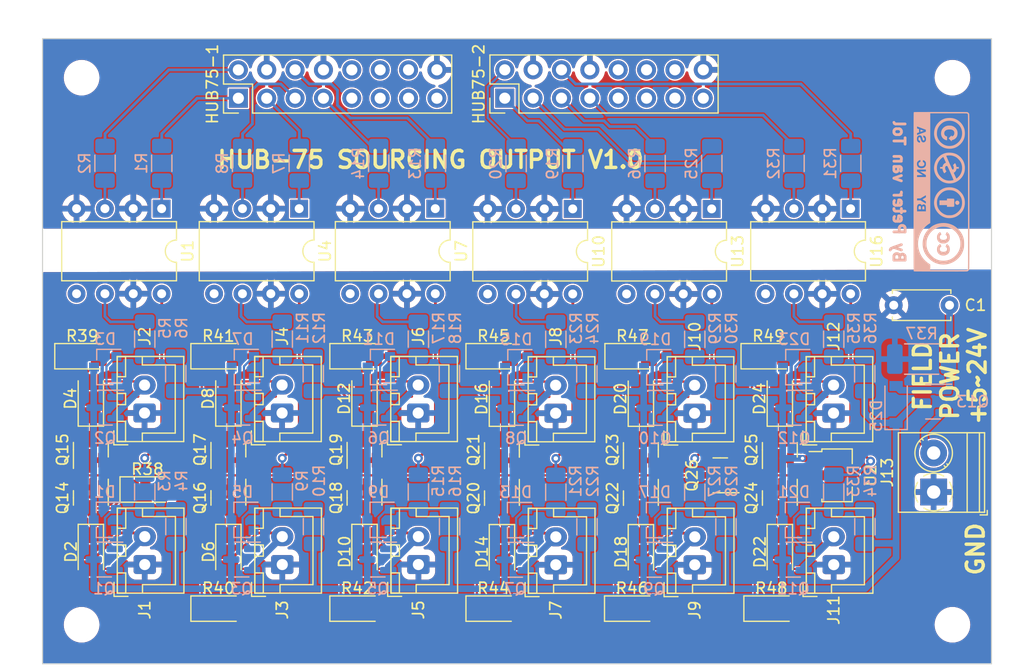
<source format=kicad_pcb>
(kicad_pcb (version 20211014) (generator pcbnew)
  (layers (0 "F.Cu" signal "Front") (31 "B.Cu" signal "Back") (34 "B.Paste" user) (35 "F.Paste" user) (36 "B.SilkS" user "B.Silkscreen") (37 "F.SilkS" user "F.Silkscreen") (38 "B.Mask" user) (39 "F.Mask" user) (44 "Edge.Cuts" user))
  (net 0 "")
  (net 1 "VDD")
  (net 2 "Net-(D2-Pad2)")
  (net 3 "GNDD")
  (net 4 "GND")
  (net 5 "Net-(D3-Pad2)")
  (net 6 "Net-(D4-Pad2)")
  (net 7 "Net-(R2-Pad2)")
  (net 8 "Net-(D5-Pad2)")
  (net 9 "Net-(D6-Pad2)")
  (net 10 "Net-(D7-Pad2)")
  (net 11 "Net-(D8-Pad2)")
  (net 12 "Net-(D9-Pad2)")
  (net 13 "Net-(D10-Pad2)")
  (net 14 "Net-(D11-Pad2)")
  (net 15 "Net-(D12-Pad2)")
  (net 16 "GPIO1-6")
  (net 17 "GPIO1-5")
  (net 18 "GPIO1-4")
  (net 19 "GPIO1-3")
  (net 20 "GPIO1-2")
  (net 21 "GPIO1-1")
  (net 22 "Net-(D13-Pad2)")
  (net 23 "Net-(D14-Pad2)")
  (net 24 "Net-(D15-Pad2)")
  (net 25 "Net-(D16-Pad2)")
  (net 26 "GPIO2-6")
  (net 27 "GPIO2-5")
  (net 28 "GPIO2-4")
  (net 29 "GPIO2-3")
  (net 30 "GPIO2-2")
  (net 31 "GPIO2-1")
  (net 34 "Net-(R20-Pad2)")
  (net 35 "/opto_coupler_channel3/FET-driver1/SIGNAL_IN")
  (net 36 "/opto_coupler_channel3/FET-driver2/SIGNAL_IN")
  (net 38 "Net-(D17-Pad2)")
  (net 39 "Net-(D18-Pad2)")
  (net 40 "Net-(R8-Pad2)")
  (net 41 "Net-(R14-Pad2)")
  (net 42 "Net-(D19-Pad2)")
  (net 43 "/opto_coupler_channel2/FET-driver2/SIGNAL_IN")
  (net 45 "/opto_coupler_channel2/FET-driver1/SIGNAL_IN")
  (net 46 "Net-(D20-Pad2)")
  (net 48 "/opto_coupler_channel1/FET-driver2/SIGNAL_IN")
  (net 49 "/opto_coupler_channel1/FET-driver1/SIGNAL_IN")
  (net 50 "Net-(R26-Pad2)")
  (net 51 "/opto_coupler_channel4/FET-driver1/SIGNAL_IN")
  (net 52 "/opto_coupler_channel/FET-driver2/SIGNAL_IN")
  (net 53 "/opto_coupler_channel/FET-driver1/SIGNAL_IN")
  (net 60 "/opto_coupler_channel4/FET-driver2/SIGNAL_IN")
  (net 63 "Net-(D21-Pad2)")
  (net 64 "Net-(D22-Pad2)")
  (net 65 "Net-(D23-Pad2)")
  (net 66 "Net-(D24-Pad2)")
  (net 73 "Net-(R32-Pad2)")
  (net 74 "/opto_coupler_channel5/FET-driver1/SIGNAL_IN")
  (net 75 "/opto_coupler_channel5/FET-driver2/SIGNAL_IN")
  (net 77 "Net-(C1-Pad1)")
  (net 78 "Net-(J13-Pad2)")
  (net 79 "Net-(R7-Pad2)")
  (net 80 "Net-(R31-Pad2)")
  (net 81 "Net-(R25-Pad2)")
  (net 82 "Net-(R19-Pad2)")
  (net 83 "Net-(R13-Pad2)")
  (net 84 "Net-(R1-Pad2)")
  (net 85 "Net-(D8-Pad1)")
  (net 86 "Net-(D6-Pad1)")
  (net 87 "Net-(D4-Pad1)")
  (net 88 "Net-(D24-Pad1)")
  (net 89 "Net-(D22-Pad1)")
  (net 90 "Net-(D20-Pad1)")
  (net 91 "Net-(D2-Pad1)")
  (net 92 "Net-(D18-Pad1)")
  (net 93 "Net-(D16-Pad1)")
  (net 94 "Net-(D14-Pad1)")
  (net 95 "Net-(D12-Pad1)")
  (net 96 "Net-(D10-Pad1)")
  (net 97 "Net-(D1-Pad2)")
  (net 98 "CUR_MIRROR")
  (footprint "Connector_JST:JST_XH_B2B-XH-A_1x02_P2.50mm_Vertical" (layer "F.Cu") (at 109.474 97.673 90)
    (fp_text reference "J9")
    (fp_text value "Conn_01x02_Male" hide)
  )
  (footprint "Connector_JST:JST_XH_B2B-XH-A_1x02_P2.50mm_Vertical" (layer "F.Cu") (at 121.92 97.663 90)
    (fp_text reference "J11")
    (fp_text value "Conn_01x02_Male" hide)
  )
  (footprint "Capacitor_THT:C_Disc_D5.0mm_W2.5mm_P5.00mm" (layer "F.Cu") (at 132.294 74.422 180)
    (fp_text reference "C1")
    (fp_text value "15uF")
  )
  (footprint "LED_SMD:LED_1206_3216Metric_Pad1.42x1.75mm_HandSolder" (layer "F.Cu") (at 79.893 96.51 -90)
    (fp_text reference "D10")
    (fp_text value "LED_Small" hide)
  )
  (footprint "LED_SMD:LED_1206_3216Metric_Pad1.42x1.75mm_HandSolder" (layer "F.Cu") (at 66.802 101.6)
    (fp_text reference "R40")
    (fp_text value "R" hide)
  )
  (footprint "LED_SMD:LED_1206_3216Metric_Pad1.42x1.75mm_HandSolder" (layer "F.Cu") (at 54.61 78.994)
    (fp_text reference "R39")
    (fp_text value "R" hide)
  )
  (footprint "MountingHole:MountingHole_2.7mm_M2.5_DIN965" (layer "F.Cu") (at 132.554 54.046)
    (fp_text reference "HOLE2" hide)
    (fp_text value "MountingHole_2.7mm_M2.5_DIN965" hide)
  )
  (footprint "LED_SMD:LED_1206_3216Metric_Pad1.42x1.75mm_HandSolder" (layer "F.Cu") (at 104.648 82.814 90)
    (fp_text reference "D20")
    (fp_text value "LED_Small" hide)
  )
  (footprint "LED_SMD:LED_1206_3216Metric_Pad1.42x1.75mm_HandSolder" (layer "F.Cu") (at 60.452 90.932)
    (fp_text reference "R38")
    (fp_text value "R" hide)
  )
  (footprint "Connector_JST:JST_XH_B2B-XH-A_1x02_P2.50mm_Vertical" (layer "F.Cu") (at 84.719 97.653 90)
    (fp_text reference "J5")
    (fp_text value "Conn_01x02_Male" hide)
  )
  (footprint "LED_SMD:LED_1206_3216Metric_Pad1.42x1.75mm_HandSolder" (layer "F.Cu") (at 55.382 96.51 -90)
    (fp_text reference "D2")
    (fp_text value "LED_Small" hide)
  )
  (footprint "TerminalBlock_Phoenix:TerminalBlock_Phoenix_PT-1,5-2-3.5-H_1x02_P3.50mm_Horizontal" (layer "F.Cu") (at 130.872 91.158 90)
    (fp_text reference "J13")
    (fp_text value "Screw_Terminal_01x02" hide)
  )
  (footprint "Connector_JST:JST_XH_B2B-XH-A_1x02_P2.50mm_Vertical" (layer "F.Cu") (at 97.011 84.098 90)
    (fp_text reference "J8")
    (fp_text value "Conn_01x02_Male" hide)
  )
  (footprint "LED_SMD:LED_1206_3216Metric_Pad1.42x1.75mm_HandSolder" (layer "F.Cu") (at 103.886 78.994)
    (fp_text reference "R47")
    (fp_text value "R" hide)
  )
  (footprint "Package_TO_SOT_SMD:SOT-23" (layer "F.Cu") (at 92.202 87.386 90)
    (fp_text reference "Q21")
    (fp_text value "2N7002" hide)
  )
  (footprint "LED_SMD:LED_1206_3216Metric_Pad1.42x1.75mm_HandSolder" (layer "F.Cu") (at 116.332 101.6)
    (fp_text reference "R48")
    (fp_text value "R" hide)
  )
  (footprint "LED_SMD:LED_1206_3216Metric_Pad1.42x1.75mm_HandSolder" (layer "F.Cu") (at 66.802 78.994)
    (fp_text reference "R41")
    (fp_text value "R" hide)
  )
  (footprint "Package_TO_SOT_SMD:SOT-23" (layer "F.Cu") (at 104.648 87.386 90)
    (fp_text reference "Q23")
    (fp_text value "2N7002" hide)
  )
  (footprint "LED_SMD:LED_1206_3216Metric_Pad1.42x1.75mm_HandSolder" (layer "F.Cu") (at 117.094 82.804 90)
    (fp_text reference "D24")
    (fp_text value "LED_Small" hide)
  )
  (footprint "Connector_PinHeader_2.54mm:PinHeader_2x08_P2.54mm_Vertical" (layer "F.Cu") (at 68.595 55.885 90)
    (fp_text reference "HUB75-1")
    (fp_text value "Conn_02x08_Odd_Even" hide)
  )
  (footprint "LED_SMD:LED_1206_3216Metric_Pad1.42x1.75mm_HandSolder" (layer "F.Cu") (at 67.701 96.51 -90)
    (fp_text reference "D6")
    (fp_text value "LED_Small" hide)
  )
  (footprint "Connector_JST:JST_XH_B2B-XH-A_1x02_P2.50mm_Vertical" (layer "F.Cu") (at 84.702 84.078 90)
    (fp_text reference "J6")
    (fp_text value "Conn_01x02_Male" hide)
  )
  (footprint "Package_DIP:DIP-8_W7.62mm" (layer "F.Cu") (at 86.233 65.776 -90)
    (fp_text reference "U7")
    (fp_text value "LTV-827" hide)
  )
  (footprint "Connector_JST:JST_XH_B2B-XH-A_1x02_P2.50mm_Vertical" (layer "F.Cu") (at 97.028 97.673 90)
    (fp_text reference "J7")
    (fp_text value "Conn_01x02_Male" hide)
  )
  (footprint "LED_SMD:LED_1206_3216Metric_Pad1.42x1.75mm_HandSolder" (layer "F.Cu") (at 79.893 82.794 90)
    (fp_text reference "D12")
    (fp_text value "LED_Small" hide)
  )
  (footprint "LED_SMD:LED_1206_3216Metric_Pad1.42x1.75mm_HandSolder" (layer "F.Cu") (at 67.701 82.794 90)
    (fp_text reference "D8")
    (fp_text value "LED_Small" hide)
  )
  (footprint "Package_TO_SOT_SMD:SOT-23" (layer "F.Cu") (at 104.648 91.704 -90)
    (fp_text reference "Q22")
    (fp_text value "2N7002" hide)
  )
  (footprint "Package_TO_SOT_SMD:SOT-23" (layer "F.Cu") (at 79.893 91.684 -90)
    (fp_text reference "Q18")
    (fp_text value "2N7002" hide)
  )
  (footprint "Connector_JST:JST_XH_B2B-XH-A_1x02_P2.50mm_Vertical" (layer "F.Cu") (at 72.51 84.078 90)
    (fp_text reference "J4")
    (fp_text value "Conn_01x02_Male" hide)
  )
  (footprint "LED_SMD:LED_1206_3216Metric_Pad1.42x1.75mm_HandSolder" (layer "F.Cu") (at 116.078 78.994)
    (fp_text reference "R49")
    (fp_text value "R" hide)
  )
  (footprint "LED_SMD:LED_1206_3216Metric_Pad1.42x1.75mm_HandSolder" (layer "F.Cu") (at 55.382 82.794 90)
    (fp_text reference "D4")
    (fp_text value "LED_Small" hide)
  )
  (footprint "Package_TO_SOT_SMD:SOT-89-3" (layer "F.Cu") (at 121.92 89.662)
    (fp_text reference "U2")
    (fp_text value "CL2N8-G" hide)
  )
  (footprint "Package_DIP:DIP-8_W7.62mm" (layer "F.Cu") (at 61.722 65.776 -90)
    (fp_text reference "U1")
    (fp_text value "LTV-827" hide)
  )
  (footprint "Package_TO_SOT_SMD:SOT-23" (layer "F.Cu") (at 92.202 91.704 -90)
    (fp_text reference "Q20")
    (fp_text value "2N7002" hide)
  )
  (footprint "Connector_PinHeader_2.54mm:PinHeader_2x08_P2.54mm_Vertical" (layer "F.Cu") (at 92.456 55.88 90)
    (fp_text reference "HUB75-2")
    (fp_text value "Conn_02x08_Odd_Even" hide)
  )
  (footprint "Package_TO_SOT_SMD:SOT-23" (layer "F.Cu") (at 117.094 91.694 -90)
    (fp_text reference "Q24")
    (fp_text value "2N7002" hide)
  )
  (footprint "Package_TO_SOT_SMD:SOT-23" (layer "F.Cu") (at 67.701 87.366 90)
    (fp_text reference "Q17")
    (fp_text value "2N7002" hide)
  )
  (footprint "LED_SMD:LED_1206_3216Metric_Pad1.42x1.75mm_HandSolder" (layer "F.Cu") (at 117.094 96.52 -90)
    (fp_text reference "D22")
    (fp_text value "LED_Small" hide)
  )
  (footprint "LED_SMD:LED_1206_3216Metric_Pad1.42x1.75mm_HandSolder" (layer "F.Cu") (at 92.202 96.53 -90)
    (fp_text reference "D14")
    (fp_text value "LED_Small" hide)
  )
  (footprint "Package_TO_SOT_SMD:SOT-23" (layer "F.Cu") (at 111.76 89.662 180)
    (fp_text reference "Q26")
    (fp_text value "2N7002" hide)
  )
  (footprint "Package_DIP:DIP-8_W7.62mm" (layer "F.Cu") (at 110.988 65.796 -90)
    (fp_text reference "U13")
    (fp_text value "LTV-827" hide)
  )
  (footprint "LED_SMD:LED_1206_3216Metric_Pad1.42x1.75mm_HandSolder" (layer "F.Cu") (at 91.44 101.6)
    (fp_text reference "R44")
    (fp_text value "R" hide)
  )
  (footprint "Connector_JST:JST_XH_B2B-XH-A_1x02_P2.50mm_Vertical" (layer "F.Cu") (at 109.457 84.098 90)
    (fp_text reference "J10")
    (fp_text value "Conn_01x02_Male" hide)
  )
  (footprint "Package_TO_SOT_SMD:SOT-23" (layer "F.Cu") (at 55.382 91.684 -90)
    (fp_text reference "Q14")
    (fp_text value "2N7002" hide)
  )
  (footprint "LED_SMD:LED_1206_3216Metric_Pad1.42x1.75mm_HandSolder" (layer "F.Cu") (at 104.648 96.53 -90)
    (fp_text reference "D18")
    (fp_text value "LED_Small" hide)
  )
  (footprint "LED_SMD:LED_1206_3216Metric_Pad1.42x1.75mm_HandSolder" (layer "F.Cu") (at 79.248 101.6)
    (fp_text reference "R42")
    (fp_text value "R" hide)
  )
  (footprint "LED_SMD:LED_1206_3216Metric_Pad1.42x1.75mm_HandSolder" (layer "F.Cu") (at 91.44 78.994)
    (fp_text reference "R45")
    (fp_text value "R" hide)
  )
  (footprint "Package_TO_SOT_SMD:SOT-23" (layer "F.Cu") (at 55.382 87.366 90)
    (fp_text reference "Q15")
    (fp_text value "2N7002" hide)
  )
  (footprint "LED_SMD:LED_1206_3216Metric_Pad1.42x1.75mm_HandSolder" (layer "F.Cu") (at 79.248 78.994)
    (fp_text reference "R43")
    (fp_text value "R" hide)
  )
  (footprint "MountingHole:MountingHole_2.7mm_M2.5_DIN965" (layer "F.Cu") (at 54.554 54.046)
    (fp_text reference "HOLE1" hide)
    (fp_text value "MountingHole_2.7mm_M2.5_DIN965" hide)
  )
  (footprint "LED_SMD:LED_1206_3216Metric_Pad1.42x1.75mm_HandSolder" (layer "F.Cu") (at 92.202 82.814 90)
    (fp_text reference "D16")
    (fp_text value "LED_Small" hide)
  )
  (footprint "Package_DIP:DIP-8_W7.62mm" (layer "F.Cu") (at 123.434 65.786 -90)
    (fp_text reference "U16")
    (fp_text value "LTV-827" hide)
  )
  (footprint "Connector_JST:JST_XH_B2B-XH-A_1x02_P2.50mm_Vertical" (layer "F.Cu") (at 60.191 84.078 90)
    (fp_text reference "J2")
    (fp_text value "Conn_01x02_Male" hide)
  )
  (footprint "Package_DIP:DIP-8_W7.62mm" (layer "F.Cu") (at 74.041 65.776 -90)
    (fp_text reference "U4")
    (fp_text value "LTV-827" hide)
  )
  (footprint "Package_TO_SOT_SMD:SOT-23" (layer "F.Cu") (at 79.893 87.366 90)
    (fp_text reference "Q19")
    (fp_text value "2N7002" hide)
  )
  (footprint "LED_SMD:LED_1206_3216Metric_Pad1.42x1.75mm_HandSolder" (layer "F.Cu") (at 103.8495 101.6)
    (fp_text reference "R46")
    (fp_text value "R" hide)
  )
  (footprint "MountingHole:MountingHole_2.7mm_M2.5_DIN965" (layer "F.Cu") (at 132.554 103.046)
    (fp_text reference "HOLE4" hide)
    (fp_text value "MountingHole_2.7mm_M2.5_DIN965" hide)
  )
  (footprint "Package_DIP:DIP-8_W7.62mm" (layer "F.Cu") (at 98.542 65.796 -90)
    (fp_text reference "U10")
    (fp_text value "LTV-827" hide)
  )
  (footprint "Connector_JST:JST_XH_B2B-XH-A_1x02_P2.50mm_Vertical" (layer "F.Cu") (at 72.527 97.653 90)
    (fp_text reference "J3")
    (fp_text value "Conn_01x02_Male" hide)
  )
  (footprint "Connector_JST:JST_XH_B2B-XH-A_1x02_P2.50mm_Vertical" (layer "F.Cu") (at 60.208 97.653 90)
    (fp_text reference "J1")
    (fp_text value "Conn_01x02_Male" hide)
  )
  (footprint "MountingHole:MountingHole_2.7mm_M2.5_DIN965" (layer "F.Cu") (at 54.554 103.046)
    (fp_text reference "HOLE3" hide)
    (fp_text value "MountingHole_2.7mm_M2.5_DIN965" hide)
  )
  (footprint "Package_TO_SOT_SMD:SOT-23" (layer "F.Cu") (at 117.094 87.376 90)
    (fp_text reference "Q25")
    (fp_text value "2N7002" hide)
  )
  (footprint "Package_TO_SOT_SMD:SOT-23" (layer "F.Cu") (at 67.701 91.684 -90)
    (fp_text reference "Q16")
    (fp_text value "2N7002" hide)
  )
  (footprint "Connector_JST:JST_XH_B2B-XH-A_1x02_P2.50mm_Vertical" (layer "F.Cu") (at 121.903 84.088 90)
    (fp_text reference "J12")
    (fp_text value "Conn_01x02_Male" hide)
  )
  (footprint "Resistor_SMD:R_1206_3216Metric_Pad1.30x1.75mm_HandSolder" (layer "B.Cu") (at 74.051 61.712 -90)
    (fp_text reference "R7")
    (fp_text value "240R")
  )
  (footprint "Package_TO_SOT_SMD:SOT-23" (layer "B.Cu") (at 56.5735 97.206 180)
    (fp_text reference "Q1")
    (fp_text value "BSS84" hide)
  )
  (footprint "Resistor_SMD:R_1206_3216Metric_Pad1.30x1.75mm_HandSolder" (layer "B.Cu") (at 112.251 80.58 90)
    (fp_text reference "R30")
    (fp_text value "10K")
  )
  (footprint "Resistor_SMD:R_1206_3216Metric_Pad1.30x1.75mm_HandSolder" (layer "B.Cu") (at 98.552 61.732 -90)
    (fp_text reference "R19")
    (fp_text value "240R")
  )
  (footprint "Resistor_SMD:R_1206_3216Metric_Pad1.30x1.75mm_HandSolder" (layer "B.Cu") (at 124.697 80.57 90)
    (fp_text reference "R36")
    (fp_text value "10K")
  )
  (footprint "Diode_SMD:D_SOD-123" (layer "B.Cu") (at 127.508 83.312 90)
    (fp_text reference "D25")
    (fp_text value "D_Zener")
  )
  (footprint "Resistor_SMD:R_1206_3216Metric_Pad1.30x1.75mm_HandSolder" (layer "B.Cu") (at 110.998 61.732 -90)
    (fp_text reference "R25")
    (fp_text value "240R")
  )
  (footprint "Package_TO_SOT_SMD:SOT-23" (layer "B.Cu") (at 93.471 83.62 180)
    (fp_text reference "Q8")
    (fp_text value "BSS84" hide)
  )
  (footprint "Package_TO_SOT_SMD:SOT-23" (layer "B.Cu") (at 81.162 83.6 180)
    (fp_text reference "Q6")
    (fp_text value "BSS84" hide)
  )
  (footprint "Resistor_SMD:R_1206_3216Metric_Pad1.30x1.75mm_HandSolder" (layer "B.Cu") (at 75.321 94.25 90)
    (fp_text reference "R10")
    (fp_text value "10K")
  )
  (footprint "Resistor_SMD:R_1206_3216Metric_Pad1.30x1.75mm_HandSolder" (layer "B.Cu") (at 84.719 91.15 90)
    (fp_text reference "R15")
    (fp_text value "200R")
  )
  (footprint "Package_TO_SOT_SMD:SOT-23" (layer "B.Cu") (at 130.81 83.058 180)
    (fp_text reference "Q13")
    (fp_text value "AO3401A")
  )
  (footprint "Resistor_SMD:R_1206_3216Metric_Pad1.30x1.75mm_HandSolder" (layer "B.Cu") (at 63.002 94.25 90)
    (fp_text reference "R4")
    (fp_text value "10K")
  )
  (footprint "Diode_SMD:D_SOT-23_ANK" (layer "B.Cu") (at 81.147 93.65 180)
    (fp_text reference "D9")
    (fp_text value "D_Zener" hide)
  )
  (footprint "Resistor_SMD:R_1206_3216Metric_Pad1.30x1.75mm_HandSolder" (layer "B.Cu") (at 99.805 80.58 90)
    (fp_text reference "R24")
    (fp_text value "10K")
  )
  (footprint "Resistor_SMD:R_1206_3216Metric_Pad1.30x1.75mm_HandSolder" (layer "B.Cu") (at 87.513 94.25 90)
    (fp_text reference "R16")
    (fp_text value "10K")
  )
  (footprint "Diode_SMD:D_SOT-23_ANK" (layer "B.Cu") (at 81.179 79.96 180)
    (fp_text reference "D11")
    (fp_text value "D_Zener" hide)
  )
  (footprint "Resistor_SMD:R_1206_3216Metric_Pad1.30x1.75mm_HandSolder" (layer "B.Cu") (at 81.163 61.712 -90)
    (fp_text reference "R14")
    (fp_text value "240R")
  )
  (footprint "Resistor_SMD:R_1206_3216Metric_Pad1.30x1.75mm_HandSolder" (layer "B.Cu") (at 68.971 61.712 -90)
    (fp_text reference "R8")
    (fp_text value "240R")
  )
  (footprint "Resistor_SMD:R_1206_3216Metric_Pad1.30x1.75mm_HandSolder" (layer "B.Cu") (at 124.714 94.26 90)
    (fp_text reference "R34")
    (fp_text value "10K")
  )
  (footprint "Package_TO_SOT_SMD:SOT-23" (layer "B.Cu") (at 93.3935 97.226 180)
    (fp_text reference "Q7")
    (fp_text value "BSS84" hide)
  )
  (footprint "Resistor_SMD:R_2010_5025Metric_Pad1.40x2.65mm_HandSolder" (layer "B.Cu") (at 129.794 79.248 180)
    (fp_text reference "R37")
    (fp_text value "10K")
  )
  (footprint "Resistor_SMD:R_1206_3216Metric_Pad1.30x1.75mm_HandSolder" (layer "B.Cu") (at 86.243 61.712 -90)
    (fp_text reference "R13")
    (fp_text value "240R")
  )
  (footprint "Resistor_SMD:R_1206_3216Metric_Pad1.30x1.75mm_HandSolder" (layer "B.Cu") (at 56.652 61.712 -90)
    (fp_text reference "R2")
    (fp_text value "240R")
  )
  (footprint "Package_TO_SOT_SMD:SOT-23" (layer "B.Cu") (at 105.8395 97.226 180)
    (fp_text reference "Q9")
    (fp_text value "BSS84" hide)
  )
  (footprint "Resistor_SMD:R_1206_3216Metric_Pad1.30x1.75mm_HandSolder" (layer "B.Cu") (at 60.208 77.46 90)
    (fp_text reference "R5")
    (fp_text value "200R")
  )
  (footprint "Resistor_SMD:R_1206_3216Metric_Pad1.30x1.75mm_HandSolder" (layer "B.Cu") (at 99.822 94.27 90)
    (fp_text reference "R22")
    (fp_text value "10K")
  )
  (footprint "Diode_SMD:D_SOT-23_ANK" (layer "B.Cu") (at 118.348 93.66 180)
    (fp_text reference "D21")
    (fp_text value "D_Zener" hide)
  )
  (footprint "Package_TO_SOT_SMD:SOT-23" (layer "B.Cu") (at 118.363 83.61 180)
    (fp_text reference "Q12")
    (fp_text value "BSS84" hide)
  )
  (footprint "Resistor_SMD:R_1206_3216Metric_Pad1.30x1.75mm_HandSolder" (layer "B.Cu") (at 75.304 80.56 90)
    (fp_text reference "R12")
    (fp_text value "10K")
  )
  (footprint "Resistor_SMD:R_1206_3216Metric_Pad1.30x1.75mm_HandSolder" (layer "B.Cu") (at 93.472 61.732 -90)
    (fp_text reference "R20")
    (fp_text value "240R")
  )
  (footprint "Diode_SMD:D_SOT-23_ANK" (layer "B.Cu") (at 68.955 93.65 180)
    (fp_text reference "D5")
    (fp_text value "D_Zener" hide)
  )
  (footprint "LOGO" (layer "B.Cu") (at 131.572 64.262 90)
    (fp_text reference "G***" hide)
    (fp_text value "LOGO" hide)
  )
  (footprint "Resistor_SMD:R_1206_3216Metric_Pad1.30x1.75mm_HandSolder" (layer "B.Cu") (at 60.208 91.15 90)
    (fp_text reference "R3")
    (fp_text value "200R")
  )
  (footprint "Diode_SMD:D_SOT-23_ANK" (layer "B.Cu") (at 56.636 93.65 180)
    (fp_text reference "D1")
    (fp_text value "D_Zener" hide)
  )
  (footprint "Diode_SMD:D_SOT-23_ANK" (layer "B.Cu") (at 118.38 79.97 180)
    (fp_text reference "D23")
    (fp_text value "D_Zener" hide)
  )
  (footprint "Resistor_SMD:R_1206_3216Metric_Pad1.30x1.75mm_HandSolder" (layer "B.Cu") (at 105.918 61.732 -90)
    (fp_text reference "R26")
    (fp_text value "240R")
  )
  (footprint "Resistor_SMD:R_1206_3216Metric_Pad1.30x1.75mm_HandSolder" (layer "B.Cu") (at 62.985 80.56 90)
    (fp_text reference "R6")
    (fp_text value "10K")
  )
  (footprint "Resistor_SMD:R_1206_3216Metric_Pad1.30x1.75mm_HandSolder" (layer "B.Cu") (at 123.444 61.722 -90)
    (fp_text reference "R31")
    (fp_text value "240R")
  )
  (footprint "Package_TO_SOT_SMD:SOT-23" (layer "B.Cu") (at 68.97 83.6 180)
    (fp_text reference "Q4")
    (fp_text value "BSS84" hide)
  )
  (footprint "Resistor_SMD:R_1206_3216Metric_Pad1.30x1.75mm_HandSolder" (layer "B.Cu") (at 84.719 77.46 90)
    (fp_text reference "R17")
    (fp_text value "200R")
  )
  (footprint "Resistor_SMD:R_1206_3216Metric_Pad1.30x1.75mm_HandSolder" (layer "B.Cu") (at 87.496 80.56 90)
    (fp_text reference "R18")
    (fp_text value "10K")
  )
  (footprint "Diode_SMD:D_SOT-23_ANK" (layer "B.Cu") (at 93.456 93.67 180)
    (fp_text reference "D13")
    (fp_text value "D_Zener" hide)
  )
  (footprint "Resistor_SMD:R_1206_3216Metric_Pad1.30x1.75mm_HandSolder" (layer "B.Cu") (at 97.028 77.48 90)
    (fp_text reference "R23")
    (fp_text value "200R")
  )
  (footprint "Resistor_SMD:R_1206_3216Metric_Pad1.30x1.75mm_HandSolder" (layer "B.Cu") (at 109.474 77.48 90)
    (fp_text reference "R29")
    (fp_text value "200R")
  )
  (footprint "Diode_SMD:D_SOT-23_ANK" (layer "B.Cu") (at 68.987 79.96 180)
    (fp_text reference "D7")
    (fp_text value "D_Zener" hide)
  )
  (footprint "Package_TO_SOT_SMD:SOT-23" (layer "B.Cu") (at 81.0845 97.206 180)
    (fp_text reference "Q5")
    (fp_text value "BSS84" hide)
  )
  (footprint "Resistor_SMD:R_1206_3216Metric_Pad1.30x1.75mm_HandSolder" (layer "B.Cu") (at 61.732 61.712 -90)
    (fp_text reference "R1")
    (fp_text value "240R")
  )
  (footprint "Resistor_SMD:R_1206_3216Metric_Pad1.30x1.75mm_HandSolder" (layer "B.Cu") (at 118.364 61.722 -90)
    (fp_text reference "R32")
    (fp_text value "240R")
  )
  (footprint "Resistor_SMD:R_1206_3216Metric_Pad1.30x1.75mm_HandSolder" (layer "B.Cu") (at 72.527 77.46 90)
    (fp_text reference "R11")
    (fp_text value "200R")
  )
  (footprint "Resistor_SMD:R_1206_3216Metric_Pad1.30x1.75mm_HandSolder" (layer "B.Cu") (at 112.268 94.27 90)
    (fp_text reference "R28")
    (fp_text value "10K")
  )
  (footprint "Resistor_SMD:R_1206_3216Metric_Pad1.30x1.75mm_HandSolder" (layer "B.Cu") (at 72.527 91.15 90)
    (fp_text reference "R9")
    (fp_text value "200R")
  )
  (footprint "Diode_SMD:D_SOT-23_ANK" (layer "B.Cu") (at 105.934 79.98 180)
    (fp_text reference "D19")
    (fp_text value "D_Zener" hide)
  )
  (footprint "Resistor_SMD:R_1206_3216Metric_Pad1.30x1.75mm_HandSolder" (layer "B.Cu") (at 97.028 91.17 90)
    (fp_text reference "R21")
    (fp_text value "200R")
  )
  (footprint "Diode_SMD:D_SOT-23_ANK" (layer "B.Cu") (at 56.668 79.96 180)
    (fp_text reference "D3")
    (fp_text value "D_Zener" hide)
  )
  (footprint "Resistor_SMD:R_1206_3216Metric_Pad1.30x1.75mm_HandSolder" (layer "B.Cu") (at 121.92 91.16 90)
    (fp_text reference "R33")
    (fp_text value "200R")
  )
  (footprint "Resistor_SMD:R_1206_3216Metric_Pad1.30x1.75mm_HandSolder" (layer "B.Cu") (at 121.92 77.47 90)
    (fp_text reference "R35")
    (fp_text value "200R")
  )
  (footprint "Package_TO_SOT_SMD:SOT-23" (layer "B.Cu") (at 68.8925 97.206 180)
    (fp_text reference "Q3")
    (fp_text value "BSS84" hide)
  )
  (footprint "Resistor_SMD:R_1206_3216Metric_Pad1.30x1.75mm_HandSolder" (layer "B.Cu") (at 109.474 91.17 90)
    (fp_text reference "R27")
    (fp_text value "200R")
  )
  (footprint "Diode_SMD:D_SOT-23_ANK" (layer "B.Cu") (at 93.488 79.98 180)
    (fp_text reference "D15")
    (fp_text value "D_Zener" hide)
  )
  (footprint "Package_TO_SOT_SMD:SOT-23" (layer "B.Cu") (at 105.917 83.62 180)
    (fp_text reference "Q10")
    (fp_text value "BSS84" hide)
  )
  (footprint "Package_TO_SOT_SMD:SOT-23" (layer "B.Cu") (at 118.2855 97.216 180)
    (fp_text reference "Q11")
    (fp_text value "BSS84" hide)
  )
  (footprint "Package_TO_SOT_SMD:SOT-23" (layer "B.Cu") (at 56.651 83.6 180)
    (fp_text reference "Q2")
    (fp_text value "BSS84" hide)
  )
  (footprint "Diode_SMD:D_SOT-23_ANK" (layer "B.Cu") (at 105.902 93.67 180)
    (fp_text reference "D17")
    (fp_text value "D_Zener" hide)
  )
  (gr_rect (start 51.054 50.546) (end 136.054 106.546) (layer "Edge.Cuts") (width 0.1) (fill none))
  (gr_text "By Peter van Tol" (at 127.762 64.262 270) (layer "B.SilkS") (effects (font (size 1 1) (thickness 0.25)) (justify mirror)))
  (gr_text "FIELD\nPOWER\n+5~24V" (at 132.334 80.772 90) (layer "F.SilkS") (effects (font (size 1.524 1.524) (thickness 0.3048))))
  (gr_text "HUB-75 SOURCING OUTPUT V1.0" (at 85.818 61.39) (layer "F.SilkS") (effects (font (size 1.524 1.524) (thickness 0.3048))))
  (gr_text "GND" (at 134.62 96.266 90) (layer "F.SilkS") (effects (font (size 1.524 1.524) (thickness 0.3048))))
  (segment (start 119.15 88.162) (end 119.126 88.138) (width 0.2) (layer "F.Cu") (net 1))
  (segment (start 120.27 88.162) (end 119.15 88.162) (width 0.6) (layer "F.Cu") (net 1))
  (via (at 119.126 88.138) (size 0.6) (drill 0.3) (layers "F.Cu" "B.Cu") (net 1))
  (segment (start 127.508 95.758) (end 124.766 95.758) (width 0.6) (layer "B.Cu") (net 1))
  (segment (start 117.26 82.13) (end 112.251 82.13) (width 0.6) (layer "B.Cu") (net 1))
  (segment (start 117.348 88.138) (end 119.126 88.138) (width 0.6) (layer "B.Cu") (net 1))
  (segment (start 80.147 80.474) (end 80.147 99.812) (width 0.6) (layer "B.Cu") (net 1))
  (segment (start 112.268 99.832) (end 112.268 95.82) (width 0.6) (layer "B.Cu") (net 1))
  (segment (start 127.508 97.028) (end 124.714 99.822) (width 0.6) (layer "B.Cu") (net 1))
  (segment (start 87.513 99.812) (end 87.513 95.8) (width 0.6) (layer "B.Cu") (net 1))
  (segment (start 99.822 99.832) (end 99.822 95.82) (width 0.6) (layer "B.Cu") (net 1))
  (segment (start 117.348 99.822) (end 117.348 88.138) (width 0.6) (layer "B.Cu") (net 1))
  (segment (start 117.856 99.822) (end 117.348 99.822) (width 0.6) (layer "B.Cu") (net 1))
  (segment (start 67.955 99.812) (end 75.321 99.812) (width 0.6) (layer "B.Cu") (net 1))
  (segment (start 104.56 82.13) (end 99.805 82.13) (width 0.6) (layer "B.Cu") (net 1))
  (segment (start 92.488 80.462) (end 92.456 80.494) (width 0.6) (layer "B.Cu") (net 1))
  (segment (start 79.942 82.11) (end 75.304 82.11) (width 0.6) (layer "B.Cu") (net 1))
  (segment (start 75.321 99.812) (end 75.321 95.8) (width 0.6) (layer "B.Cu") (net 1))
  (segment (start 55.636 80.474) (end 55.668 80.442) (width 0.6) (layer "B.Cu") (net 1))
  (segment (start 67.818 82.11) (end 62.985 82.11) (width 0.6) (layer "B.Cu") (net 1))
  (segment (start 129.412 83.058) (end 127.508 84.962) (width 0.6) (layer "B.Cu") (net 1))
  (segment (start 92.388 82.11) (end 87.496 82.11) (width 0.6) (layer "B.Cu") (net 1))
  (segment (start 104.934 80.462) (end 104.902 80.494) (width 0.6) (layer "B.Cu") (net 1))
  (segment (start 124.697 84.057) (end 124.697 82.602) (width 0.6) (layer "B.Cu") (net 1))
  (segment (start 55.636 99.812) (end 61.712 99.812) (width 0.6) (layer "B.Cu") (net 1))
  (segment (start 67.955 80.474) (end 67.955 99.812) (width 0.6) (layer "B.Cu") (net 1))
  (segment (start 63.002 99.812) (end 61.712 99.812) (width 0.6) (layer "B.Cu") (net 1))
  (segment (start 80.01 82.042) (end 79.942 82.11) (width 0.6) (layer "B.Cu") (net 1))
  (segment (start 104.902 80.494) (end 104.902 99.832) (width 0.6) (layer "B.Cu") (net 1))
  (segment (start 117.856 99.822) (end 124.714 99.822) (width 0.6) (layer "B.Cu") (net 1))
  (segment (start 92.456 99.832) (end 99.822 99.832) (width 0.6) (layer "B.Cu") (net 1))
  (segment (start 92.456 82.042) (end 92.388 82.11) (width 0.6) (layer "B.Cu") (net 1))
  (segment (start 61.722 99.822) (end 61.712 99.812) (width 0.6) (layer "B.Cu") (net 1))
  (segment (start 125.602 84.962) (end 124.697 84.057) (width 0.6) (layer "B.Cu") (net 1))
  (segment (start 80.147 99.812) (end 87.513 99.812) (width 0.6) (layer "B.Cu") (net 1))
  (segment (start 67.987 80.442) (end 67.955 80.474) (width 0.6) (layer "B.Cu") (net 1))
  (segment (start 63.002 99.812) (end 63.002 95.8) (width 0.6) (layer "B.Cu") (net 1))
  (segment (start 104.902 99.832) (end 112.268 99.832) (width 0.6) (layer "B.Cu") (net 1))
  (segment (start 127.508 95.758) (end 127.508 97.028) (width 0.6) (layer "B.Cu") (net 1))
  (segment (start 80 99.812) (end 80.01 99.822) (width 0.25) (layer "B.Cu") (net 1))
  (segment (start 67.808 99.812) (end 67.818 99.822) (width 0.25) (layer "B.Cu") (net 1))
  (segment (start 80.179 80.442) (end 80.147 80.474) (width 0.6) (layer "B.Cu") (net 1))
  (segment (start 92.456 80.494) (end 92.456 99.832) (width 0.6) (layer "B.Cu") (net 1))
  (segment (start 117.348 82.042) (end 117.26 82.13) (width 0.6) (layer "B.Cu") (net 1))
  (segment (start 127.508 84.962) (end 127.508 95.758) (width 0.6) (layer "B.Cu") (net 1))
  (segment (start 124.766 95.758) (end 124.714 95.81) (width 0.6) (layer "B.Cu") (net 1))
  (segment (start 117.856 99.822) (end 61.722 99.822) (width 0.6) (layer "B.Cu") (net 1))
  (segment (start 55.636 99.812) (end 55.636 80.474) (width 0.6) (layer "B.Cu") (net 1))
  (segment (start 104.648 82.042) (end 104.56 82.13) (width 0.6) (layer "B.Cu") (net 1))
  (segment (start 117.348 80.484) (end 117.38 80.452) (width 0.6) (layer "B.Cu") (net 1))
  (segment (start 127.508 84.962) (end 125.602 84.962) (width 0.6) (layer "B.Cu") (net 1))
  (segment (start 117.348 88.138) (end 117.348 80.484) (width 0.6) (layer "B.Cu") (net 1))
  (segment (start 55.602 98.5155) (end 55.602 97.194) (width 0.25) (layer "F.Cu") (net 2))
  (segment (start 55.7505 98.034) (end 57.414 98.034) (width 0.2) (layer "F.Cu") (net 2))
  (segment (start 60.208 95.24) (end 60.208 95.153) (width 0.2) (layer "F.Cu") (net 2))
  (segment (start 55.602 97.194) (end 57.975 94.821) (width 0.25) (layer "F.Cu") (net 2))
  (segment (start 57.975 94.821) (end 59.92 94.821) (width 0.25) (layer "F.Cu") (net 2))
  (segment (start 57.414 98.034) (end 60.208 95.24) (width 0.2) (layer "F.Cu") (net 2))
  (segment (start 57.511 97.85) (end 60.208 95.153) (width 0.6) (layer "B.Cu") (net 2))
  (segment (start 57.511 98.156) (end 57.511 97.85) (width 0.6) (layer "B.Cu") (net 2))
  (segment (start 56.779 81.834) (end 56.779 79.899) (width 0.2) (layer "B.Cu") (net 5))
  (segment (start 56.779 79.899) (end 57.541 79.137) (width 0.2) (layer "B.Cu") (net 5))
  (segment (start 57.638 82.693) (end 56.779 81.834) (width 0.2) (layer "B.Cu") (net 5))
  (segment (start 62.985 79.01) (end 57.668 79.01) (width 0.2) (layer "B.Cu") (net 5))
  (segment (start 55.4425 81.246) (end 55.382 81.3065) (width 0.25) (layer "F.Cu") (net 6))
  (segment (start 59.903 81.246) (end 55.4425 81.246) (width 0.2) (layer "F.Cu") (net 6))
  (segment (start 57.5885 84.202822) (end 60.191 81.600322) (width 0.6) (layer "B.Cu") (net 6))
  (segment (start 57.5885 84.55) (end 57.5885 84.202822) (width 0.6) (layer "B.Cu") (net 6))
  (segment (start 60.191 81.600322) (end 60.191 81.578) (width 0.6) (layer "B.Cu") (net 6))
  (segment (start 56.642 65.776) (end 56.642 63.868) (width 0.25) (layer "B.Cu") (net 7))
  (segment (start 69.733 92.7) (end 69.955 92.7) (width 0.2) (layer "B.Cu") (net 8))
  (segment (start 68.971 93.462) (end 69.733 92.7) (width 0.2) (layer "B.Cu") (net 8))
  (segment (start 69.83 96.256) (end 68.971 95.397) (width 0.2) (layer "B.Cu") (net 8))
  (segment (start 72.527 92.7) (end 69.955 92.7) (width 0.2) (layer "B.Cu") (net 8))
  (segment (start 75.321 92.7) (end 72.527 92.7) (width 0.2) (layer "B.Cu") (net 8))
  (segment (start 68.971 95.397) (end 68.971 93.462) (width 0.2) (layer "B.Cu") (net 8))
  (segment (start 69.733 98.034) (end 72.527 95.24) (width 0.2) (layer "F.Cu") (net 9))
  (segment (start 67.921 97.194) (end 70.294 94.821) (width 0.25) (layer "F.Cu") (net 9))
  (segment (start 72.527 95.24) (end 72.527 95.153) (width 0.2) (layer "F.Cu") (net 9))
  (segment (start 70.294 94.821) (end 72.239 94.821) (width 0.25) (layer "F.Cu") (net 9))
  (segment (start 68.0695 98.034) (end 69.733 98.034) (width 0.2) (layer "F.Cu") (net 9))
  (segment (start 67.921 98.5155) (end 67.921 97.194) (width 0.25) (layer "F.Cu") (net 9))
  (segment (start 69.83 98.156) (end 69.83 97.85) (width 0.6) (layer "B.Cu") (net 9))
  (segment (start 69.83 97.85) (end 72.527 95.153) (width 0.6) (layer "B.Cu") (net 9))
  (segment (start 69.098 81.834) (end 69.098 79.899) (width 0.2) (layer "B.Cu") (net 10))
  (segment (start 75.304 79.01) (end 69.987 79.01) (width 0.2) (layer "B.Cu") (net 10))
  (segment (start 69.957 82.693) (end 69.098 81.834) (width 0.2) (layer "B.Cu") (net 10))
  (segment (start 69.098 79.899) (end 69.86 79.137) (width 0.2) (layer "B.Cu") (net 10))
  (segment (start 72.222 81.246) (end 67.7615 81.246) (width 0.2) (layer "F.Cu") (net 11))
  (segment (start 67.7615 81.246) (end 67.701 81.3065) (width 0.25) (layer "F.Cu") (net 11))
  (segment (start 72.51 81.600322) (end 72.51 81.578) (width 0.6) (layer "B.Cu") (net 11))
  (segment (start 69.9075 84.202822) (end 72.51 81.600322) (width 0.6) (layer "B.Cu") (net 11))
  (segment (start 69.9075 84.55) (end 69.9075 84.202822) (width 0.6) (layer "B.Cu") (net 11))
  (segment (start 81.163 93.462) (end 81.925 92.7) (width 0.2) (layer "B.Cu") (net 12))
  (segment (start 81.925 92.7) (end 82.147 92.7) (width 0.2) (layer "B.Cu") (net 12))
  (segment (start 81.163 95.397) (end 81.163 93.462) (width 0.2) (layer "B.Cu") (net 12))
  (segment (start 82.022 96.256) (end 81.163 95.397) (width 0.2) (layer "B.Cu") (net 12))
  (segment (start 87.513 92.7) (end 84.719 92.7) (width 0.2) (layer "B.Cu") (net 12))
  (segment (start 84.719 92.7) (end 82.147 92.7) (width 0.2) (layer "B.Cu") (net 12))
  (segment (start 80.113 97.194) (end 82.486 94.821) (width 0.25) (layer "F.Cu") (net 13))
  (segment (start 82.486 94.821) (end 84.431 94.821) (width 0.25) (layer "F.Cu") (net 13))
  (segment (start 80.113 98.5155) (end 80.113 97.194) (width 0.25) (layer "F.Cu") (net 13))
  (segment (start 84.719 95.24) (end 84.719 95.153) (width 0.2) (layer "F.Cu") (net 13))
  (segment (start 80.2615 98.034) (end 81.925 98.034) (width 0.2) (layer "F.Cu") (net 13))
  (segment (start 81.925 98.034) (end 84.719 95.24) (width 0.2) (layer "F.Cu") (net 13))
  (segment (start 82.022 98.156) (end 82.022 97.85) (width 0.6) (layer "B.Cu") (net 13))
  (segment (start 82.022 97.85) (end 84.719 95.153) (width 0.6) (layer "B.Cu") (net 13))
  (segment (start 81.29 79.899) (end 82.052 79.137) (width 0.2) (layer "B.Cu") (net 14))
  (segment (start 87.496 79.01) (end 82.179 79.01) (width 0.2) (layer "B.Cu") (net 14))
  (segment (start 82.149 82.693) (end 81.29 81.834) (width 0.2) (layer "B.Cu") (net 14))
  (segment (start 81.29 81.834) (end 81.29 79.899) (width 0.2) (layer "B.Cu") (net 14))
  (segment (start 79.9535 81.246) (end 79.893 81.3065) (width 0.25) (layer "F.Cu") (net 15))
  (segment (start 84.414 81.246) (end 79.9535 81.246) (width 0.2) (layer "F.Cu") (net 15))
  (segment (start 82.0995 84.202822) (end 84.702 81.600322) (width 0.6) (layer "B.Cu") (net 15))
  (segment (start 82.0995 84.55) (end 82.0995 84.202822) (width 0.6) (layer "B.Cu") (net 15))
  (segment (start 84.702 81.600322) (end 84.702 81.578) (width 0.6) (layer "B.Cu") (net 15))
  (segment (start 81.163 60.162) (end 80.492 60.162) (width 0.25) (layer "B.Cu") (net 16))
  (segment (start 80.492 60.162) (end 76.215 55.885) (width 0.25) (layer "B.Cu") (net 16))
  (segment (start 77.47 55.171495) (end 76.908505 54.61) (width 0.25) (layer "B.Cu") (net 17))
  (segment (start 78.623718 57.658) (end 77.47 56.504282) (width 0.25) (layer "B.Cu") (net 17))
  (segment (start 77.47 56.504282) (end 77.47 55.171495) (width 0.25) (layer "B.Cu") (net 17))
  (segment (start 83.739 57.658) (end 78.623718 57.658) (width 0.25) (layer "B.Cu") (net 17))
  (segment (start 74.94 54.61) (end 73.675 53.345) (width 0.25) (layer "B.Cu") (net 17))
  (segment (start 86.243 60.162) (end 83.739 57.658) (width 0.25) (layer "B.Cu") (net 17))
  (segment (start 76.908505 54.61) (end 74.94 54.61) (width 0.25) (layer "B.Cu") (net 17))
  (segment (start 69.85 55.118) (end 69.85 58.179) (width 0.25) (layer "B.Cu") (net 18))
  (segment (start 72.4 54.61) (end 70.358 54.61) (width 0.25) (layer "B.Cu") (net 18))
  (segment (start 73.675 55.885) (end 72.4 54.61) (width 0.25) (layer "B.Cu") (net 18))
  (segment (start 69.85 58.179) (end 68.971 59.058) (width 0.25) (layer "B.Cu") (net 18))
  (segment (start 70.358 54.61) (end 69.85 55.118) (width 0.25) (layer "B.Cu") (net 18))
  (segment (start 68.971 59.058) (end 68.971 60.162) (width 0.25) (layer "B.Cu") (net 18))
  (segment (start 74.051 58.801) (end 71.135 55.885) (width 0.25) (layer "B.Cu") (net 19))
  (segment (start 74.051 60.162) (end 74.051 58.801) (width 0.25) (layer "B.Cu") (net 19))
  (segment (start 56.652 59.058) (end 56.652 60.162) (width 0.25) (layer "B.Cu") (net 20))
  (segment (start 62.365 53.345) (end 68.595 53.345) (width 0.25) (layer "B.Cu") (net 20))
  (segment (start 56.652 59.058) (end 62.365 53.345) (width 0.25) (layer "B.Cu") (net 20))
  (segment (start 61.732 59.058) (end 64.905 55.885) (width 0.25) (layer "B.Cu") (net 21))
  (segment (start 61.732 59.058) (end 61.732 60.162) (width 0.25) (layer "B.Cu") (net 21))
  (segment (start 64.905 55.885) (end 68.595 55.885) (width 0.25) (layer "B.Cu") (net 21))
  (segment (start 99.822 92.72) (end 97.028 92.72) (width 0.2) (layer "B.Cu") (net 22))
  (segment (start 93.472 93.482) (end 94.234 92.72) (width 0.2) (layer "B.Cu") (net 22))
  (segment (start 93.472 95.417) (end 93.472 93.482) (width 0.2) (layer "B.Cu") (net 22))
  (segment (start 97.028 92.72) (end 94.456 92.72) (width 0.2) (layer "B.Cu") (net 22))
  (segment (start 94.234 92.72) (end 94.456 92.72) (width 0.2) (layer "B.Cu") (net 22))
  (segment (start 94.331 96.276) (end 93.472 95.417) (width 0.2) (layer "B.Cu") (net 22))
  (segment (start 92.422 97.214) (end 94.795 94.841) (width 0.25) (layer "F.Cu") (net 23))
  (segment (start 97.028 95.26) (end 97.028 95.173) (width 0.2) (layer "F.Cu") (net 23))
  (segment (start 94.795 94.841) (end 96.74 94.841) (width 0.25) (layer "F.Cu") (net 23))
  (segment (start 92.422 98.5355) (end 92.422 97.214) (width 0.25) (layer "F.Cu") (net 23))
  (segment (start 92.5705 98.054) (end 94.234 98.054) (width 0.2) (layer "F.Cu") (net 23))
  (segment (start 94.234 98.054) (end 97.028 95.26) (width 0.2) (layer "F.Cu") (net 23))
  (segment (start 94.331 97.87) (end 97.028 95.173) (width 0.6) (layer "B.Cu") (net 23))
  (segment (start 94.331 98.176) (end 94.331 97.87) (width 0.6) (layer "B.Cu") (net 23))
  (segment (start 94.458 82.713) (end 93.599 81.854) (width 0.2) (layer "B.Cu") (net 24))
  (segment (start 93.599 81.854) (end 93.599 79.919) (width 0.2) (layer "B.Cu") (net 24))
  (segment (start 93.599 79.919) (end 94.361 79.157) (width 0.2) (layer "B.Cu") (net 24))
  (segment (start 99.805 79.03) (end 94.488 79.03) (width 0.2) (layer "B.Cu") (net 24))
  (segment (start 96.723 81.266) (end 92.2625 81.266) (width 0.2) (layer "F.Cu") (net 25))
  (segment (start 92.2625 81.266) (end 92.202 81.3265) (width 0.25) (layer "F.Cu") (net 25))
  (segment (start 94.4085 84.57) (end 94.4085 84.222822) (width 0.6) (layer "B.Cu") (net 25))
  (segment (start 94.4085 84.222822) (end 97.011 81.620322) (width 0.6) (layer "B.Cu") (net 25))
  (segment (start 97.011 81.620322) (end 97.011 81.598) (width 0.6) (layer "B.Cu") (net 25))
  (segment (start 101.6 57.404) (end 115.596 57.404) (width 0.25) (layer "B.Cu") (net 26))
  (segment (start 100.076 55.88) (end 101.6 57.404) (width 0.25) (layer "B.Cu") (net 26))
  (segment (start 115.596 57.404) (end 118.364 60.172) (width 0.25) (layer "B.Cu") (net 26))
  (segment (start 98.806 54.61) (end 97.536 53.34) (width 0.25) (layer "B.Cu") (net 27))
  (segment (start 118.986 54.61) (end 98.806 54.61) (width 0.25) (layer "B.Cu") (net 27))
  (segment (start 123.444 59.068) (end 118.986 54.61) (width 0.25) (layer "B.Cu") (net 27))
  (segment (start 123.444 60.172) (end 123.444 59.068) (width 0.25) (layer "B.Cu") (net 27))
  (segment (start 101.854 58.42) (end 101.346 57.912) (width 0.25) (layer "B.Cu") (net 28))
  (segment (start 101.346 57.912) (end 99.568 57.912) (width 0.25) (layer "B.Cu") (net 28))
  (segment (start 105.918 60.182) (end 104.156 58.42) (width 0.25) (layer "B.Cu") (net 28))
  (segment (start 99.568 57.912) (end 97.536 55.88) (width 0.25) (layer "B.Cu") (net 28))
  (segment (start 104.156 58.42) (end 101.854 58.42) (width 0.25) (layer "B.Cu") (net 28))
  (segment (start 103.886 61.722) (end 109.474 61.722) (width 0.25) (layer "B.Cu") (net 29))
  (segment (start 100.838 58.674) (end 97.79 58.674) (width 0.25) (layer "B.Cu") (net 29))
  (segment (start 97.79 58.674) (end 94.996 55.88) (width 0.25) (layer "B.Cu") (net 29))
  (segment (start 110.848 60.348) (end 109.474 61.722) (width 0.25) (layer "B.Cu") (net 29))
  (segment (start 103.886 61.722) (end 100.838 58.674) (width 0.25) (layer "B.Cu") (net 29))
  (segment (start 90.932 57.642) (end 90.932 54.864) (width 0.2) (layer "B.Cu") (net 30))
  (segment (start 93.472 60.182) (end 90.932 57.642) (width 0.2) (layer "B.Cu") (net 30))
  (segment (start 90.932 54.864) (end 92.456 53.34) (width 0.2) (layer "B.Cu") (net 30))
  (segment (start 97.774 60.182) (end 95.504 57.912) (width 0.25) (layer "B.Cu") (net 31))
  (segment (start 95.504 57.912) (end 94.488 57.912) (width 0.25) (layer "B.Cu") (net 31))
  (segment (start 94.488 57.912) (end 92.456 55.88) (width 0.25) (layer "B.Cu") (net 31))
  (segment (start 98.552 60.182) (end 97.774 60.182) (width 0.25) (layer "B.Cu") (net 31))
  (segment (start 93.462 65.796) (end 93.462 63.888) (width 0.25) (layer "B.Cu") (net 34))
  (segment (start 97.028 88.148) (end 98.552 86.624) (width 0.25) (layer "F.Cu") (net 35))
  (segment (start 98.552 86.624) (end 98.552 73.382) (width 0.25) (layer "F.Cu") (net 35))
  (via (at 97.028 88.148) (size 0.8) (drill 0.4) (layers "F.Cu" "B.Cu") (net 35))
  (segment (start 97.028 88.148) (end 97.028 89.62) (width 0.25) (layer "B.Cu") (net 35))
  (segment (start 93.964 75.92) (end 97.038 75.92) (width 0.25) (layer "B.Cu") (net 36))
  (segment (start 93.472 73.406) (end 93.472 75.428) (width 0.25) (layer "B.Cu") (net 36))
  (segment (start 93.472 75.428) (end 93.964 75.92) (width 0.25) (layer "B.Cu") (net 36))
  (segment (start 105.918 95.417) (end 105.918 93.482) (width 0.2) (layer "B.Cu") (net 38))
  (segment (start 106.777 96.276) (end 105.918 95.417) (width 0.2) (layer "B.Cu") (net 38))
  (segment (start 112.268 92.72) (end 109.474 92.72) (width 0.2) (layer "B.Cu") (net 38))
  (segment (start 105.918 93.482) (end 106.68 92.72) (width 0.2) (layer "B.Cu") (net 38))
  (segment (start 109.474 92.72) (end 106.902 92.72) (width 0.2) (layer "B.Cu") (net 38))
  (segment (start 106.68 92.72) (end 106.902 92.72) (width 0.2) (layer "B.Cu") (net 38))
  (segment (start 104.868 98.5355) (end 104.868 97.214) (width 0.25) (layer "F.Cu") (net 39))
  (segment (start 107.241 94.841) (end 109.186 94.841) (width 0.25) (layer "F.Cu") (net 39))
  (segment (start 104.868 97.214) (end 107.241 94.841) (width 0.25) (layer "F.Cu") (net 39))
  (segment (start 109.474 95.26) (end 109.474 95.173) (width 0.2) (layer "F.Cu") (net 39))
  (segment (start 105.0165 98.054) (end 106.68 98.054) (width 0.2) (layer "F.Cu") (net 39))
  (segment (start 106.68 98.054) (end 109.474 95.26) (width 0.2) (layer "F.Cu") (net 39))
  (segment (start 106.777 98.176) (end 106.777 97.87) (width 0.6) (layer "B.Cu") (net 39))
  (segment (start 106.777 97.87) (end 109.474 95.173) (width 0.6) (layer "B.Cu") (net 39))
  (segment (start 68.961 65.776) (end 68.961 63.868) (width 0.25) (layer "B.Cu") (net 40))
  (segment (start 81.153 65.776) (end 81.153 63.868) (width 0.25) (layer "B.Cu") (net 41))
  (segment (start 106.045 79.919) (end 106.807 79.157) (width 0.2) (layer "B.Cu") (net 42))
  (segment (start 106.904 82.713) (end 106.045 81.854) (width 0.2) (layer "B.Cu") (net 42))
  (segment (start 112.251 79.03) (end 106.934 79.03) (width 0.2) (layer "B.Cu") (net 42))
  (segment (start 106.045 81.854) (end 106.045 79.919) (width 0.2) (layer "B.Cu") (net 42))
  (segment (start 81.518 75.92) (end 84.592 75.92) (width 0.25) (layer "B.Cu") (net 43))
  (segment (start 81.026 75.428) (end 81.518 75.92) (width 0.25) (layer "B.Cu") (net 43))
  (segment (start 81.026 73.406) (end 81.026 75.428) (width 0.25) (layer "B.Cu") (net 43))
  (segment (start 84.719 88.128) (end 86.243 86.604) (width 0.25) (layer "F.Cu") (net 45))
  (segment (start 86.243 86.604) (end 86.243 73.362) (width 0.25) (layer "F.Cu") (net 45))
  (via (at 84.719 88.128) (size 0.8) (drill 0.4) (layers "F.Cu" "B.Cu") (net 45))
  (segment (start 84.719 88.128) (end 84.719 89.6) (width 0.25) (layer "B.Cu") (net 45))
  (segment (start 109.169 81.266) (end 104.7085 81.266) (width 0.2) (layer "F.Cu") (net 46))
  (segment (start 104.7085 81.266) (end 104.648 81.3265) (width 0.25) (layer "F.Cu") (net 46))
  (segment (start 106.8545 84.222822) (end 109.457 81.620322) (width 0.6) (layer "B.Cu") (net 46))
  (segment (start 106.8545 84.57) (end 106.8545 84.222822) (width 0.6) (layer "B.Cu") (net 46))
  (segment (start 109.457 81.620322) (end 109.457 81.598) (width 0.6) (layer "B.Cu") (net 46))
  (segment (start 69.326 75.92) (end 72.4 75.92) (width 0.25) (layer "B.Cu") (net 48))
  (segment (start 68.834 73.406) (end 68.834 75.428) (width 0.25) (layer "B.Cu") (net 48))
  (segment (start 68.834 75.428) (end 69.326 75.92) (width 0.25) (layer "B.Cu") (net 48))
  (segment (start 74.051 86.604) (end 74.051 73.362) (width 0.25) (layer "F.Cu") (net 49))
  (segment (start 72.527 88.128) (end 74.051 86.604) (width 0.25) (layer "F.Cu") (net 49))
  (via (at 72.527 88.128) (size 0.8) (drill 0.4) (layers "F.Cu" "B.Cu") (net 49))
  (segment (start 72.527 88.128) (end 72.527 89.6) (width 0.25) (layer "B.Cu") (net 49))
  (segment (start 105.908 65.796) (end 105.908 63.888) (width 0.25) (layer "B.Cu") (net 50))
  (segment (start 109.474 88.148) (end 110.998 86.624) (width 0.25) (layer "F.Cu") (net 51))
  (segment (start 110.998 86.624) (end 110.998 73.382) (width 0.25) (layer "F.Cu") (net 51))
  (via (at 109.474 88.148) (size 0.8) (drill 0.4) (layers "F.Cu" "B.Cu") (net 51))
  (segment (start 109.474 88.148) (end 109.474 89.62) (width 0.25) (layer "B.Cu") (net 51))
  (segment (start 56.642 73.406) (end 56.642 75.428) (width 0.25) (layer "B.Cu") (net 52))
  (segment (start 56.642 75.428) (end 57.134 75.92) (width 0.25) (layer "B.Cu") (net 52))
  (segment (start 57.134 75.92) (end 60.208 75.92) (width 0.25) (layer "B.Cu") (net 52))
  (segment (start 60.208 88.128) (end 61.732 86.604) (width 0.25) (layer "F.Cu") (net 53))
  (segment (start 61.732 86.604) (end 61.732 73.362) (width 0.25) (layer "F.Cu") (net 53))
  (via (at 60.208 88.128) (size 0.8) (drill 0.4) (layers "F.Cu" "B.Cu") (net 53))
  (segment (start 60.208 88.128) (end 60.208 89.6) (width 0.25) (layer "B.Cu") (net 53))
  (segment (start 105.918 73.406) (end 105.918 75.428) (width 0.25) (layer "B.Cu") (net 60))
  (segment (start 105.918 75.428) (end 106.41 75.92) (width 0.25) (layer "B.Cu") (net 60))
  (segment (start 106.41 75.92) (end 109.484 75.92) (width 0.25) (layer "B.Cu") (net 60))
  (segment (start 121.92 92.71) (end 119.348 92.71) (width 0.2) (layer "B.Cu") (net 63))
  (segment (start 124.714 92.71) (end 121.92 92.71) (width 0.2) (layer "B.Cu") (net 63))
  (segment (start 119.223 96.266) (end 118.364 95.407) (width 0.2) (layer "B.Cu") (net 63))
  (segment (start 118.364 95.407) (end 118.364 93.472) (width 0.2) (layer "B.Cu") (net 63))
  (segment (start 118.364 93.472) (end 119.126 92.71) (width 0.2) (layer "B.Cu") (net 63))
  (segment (start 119.126 92.71) (end 119.348 92.71) (width 0.2) (layer "B.Cu") (net 63))
  (segment (start 121.92 95.25) (end 121.92 95.163) (width 0.2) (layer "F.Cu") (net 64))
  (segment (start 119.126 98.044) (end 121.92 95.25) (width 0.2) (layer "F.Cu") (net 64))
  (segment (start 117.4625 98.044) (end 119.126 98.044) (width 0.2) (layer "F.Cu") (net 64))
  (segment (start 119.223 97.86) (end 121.92 95.163) (width 0.6) (layer "B.Cu") (net 64))
  (segment (start 119.223 98.166) (end 119.223 97.86) (width 0.6) (layer "B.Cu") (net 64))
  (segment (start 119.35 82.703) (end 118.491 81.844) (width 0.2) (layer "B.Cu") (net 65))
  (segment (start 124.697 79.02) (end 119.38 79.02) (width 0.2) (layer "B.Cu") (net 65))
  (segment (start 118.491 79.909) (end 119.253 79.147) (width 0.2) (layer "B.Cu") (net 65))
  (segment (start 118.491 81.844) (end 118.491 79.909) (width 0.2) (layer "B.Cu") (net 65))
  (segment (start 117.1545 81.256) (end 117.094 81.3165) (width 0.25) (layer "F.Cu") (net 66))
  (segment (start 121.615 81.256) (end 117.1545 81.256) (width 0.2) (layer "F.Cu") (net 66))
  (segment (start 119.3005 84.56) (end 119.3005 84.212822) (width 0.6) (layer "B.Cu") (net 66))
  (segment (start 119.3005 84.212822) (end 121.903 81.610322) (width 0.6) (layer "B.Cu") (net 66))
  (segment (start 121.903 81.610322) (end 121.903 81.588) (width 0.6) (layer "B.Cu") (net 66))
  (segment (start 118.354 65.786) (end 118.354 63.878) (width 0.25) (layer "B.Cu") (net 73))
  (segment (start 123.444 86.614) (end 123.444 73.372) (width 0.25) (layer "F.Cu") (net 74))
  (segment (start 125.222 88.392) (end 123.444 86.614) (width 0.25) (layer "F.Cu") (net 74))
  (via (at 125.222 88.392) (size 0.8) (drill 0.4) (layers "F.Cu" "B.Cu") (net 74))
  (segment (start 124.004 89.61) (end 121.92 89.61) (width 0.25) (layer "B.Cu") (net 74))
  (segment (start 125.222 88.392) (end 124.004 89.61) (width 0.25) (layer "B.Cu") (net 74))
  (segment (start 118.846 75.92) (end 121.92 75.92) (width 0.25) (layer "B.Cu") (net 75))
  (segment (start 118.354 75.428) (end 118.846 75.92) (width 0.25) (layer "B.Cu") (net 75))
  (segment (start 118.354 73.406) (end 118.354 75.428) (width 0.25) (layer "B.Cu") (net 75))
  (segment (start 131.6815 82.042) (end 127.888 82.042) (width 0.6) (layer "B.Cu") (net 77))
  (segment (start 132.294 81.828) (end 132.294 74.422) (width 0.6) (layer "B.Cu") (net 77))
  (segment (start 132.08 79.362) (end 132.08 82.042) (width 0.2) (layer "B.Cu") (net 77))
  (segment (start 131.7475 82.108) (end 131.6815 82.042) (width 0.6) (layer "B.Cu") (net 77))
  (segment (start 127.888 82.042) (end 127.508 81.662) (width 0.6) (layer "B.Cu") (net 77))
  (segment (start 132.08 82.042) (end 132.294 81.828) (width 0.6) (layer "B.Cu") (net 77))
  (segment (start 131.7475 84.008) (end 130.048 85.7075) (width 0.6) (layer "B.Cu") (net 78))
  (segment (start 130.048 85.7075) (end 130.048 86.834) (width 0.6) (layer "B.Cu") (net 78))
  (segment (start 130.048 86.834) (end 130.872 87.658) (width 0.6) (layer "B.Cu") (net 78))
  (segment (start 74.041 65.776) (end 74.041 63.868) (width 0.25) (layer "B.Cu") (net 79))
  (segment (start 123.434 65.786) (end 123.434 63.878) (width 0.25) (layer "B.Cu") (net 80))
  (segment (start 110.988 65.796) (end 110.988 63.888) (width 0.25) (layer "B.Cu") (net 81))
  (segment (start 98.542 65.796) (end 98.542 63.888) (width 0.25) (layer "B.Cu") (net 82))
  (segment (start 86.233 65.776) (end 86.233 63.868) (width 0.25) (layer "B.Cu") (net 83))
  (segment (start 61.722 65.776) (end 61.722 63.868) (width 0.25) (layer "B.Cu") (net 84))
  (segment (start 67.701 86.4285) (end 67.701 84.2815) (width 0.2) (layer "F.Cu") (net 85))
  (segment (start 67.701 84.2815) (end 65.3145 81.895) (width 0.2) (layer "F.Cu") (net 85))
  (segment (start 65.3145 81.895) (end 65.3145 78.994) (width 0.2) (layer "F.Cu") (net 85))
  (segment (start 67.701 94.6905) (end 67.701 92.6215) (width 0.2) (layer "F.Cu") (net 86))
  (segment (start 65.3145 101.6) (end 65.3145 97.409) (width 0.2) (layer "F.Cu") (net 86))
  (segment (start 65.3145 97.409) (end 67.701 95.0225) (width 0.2) (layer "F.Cu") (net 86))
  (segment (start 53.086 79.0305) (end 53.1225 78.994) (width 0.2) (layer "F.Cu") (net 87))
  (segment (start 55.382 86.4285) (end 55.382 84.2815) (width 0.2) (layer "F.Cu") (net 87))
  (segment (start 53.086 81.9855) (end 53.086 79.0305) (width 0.2) (layer "F.Cu") (net 87))
  (segment (start 55.382 84.2815) (end 53.086 81.9855) (width 0.2) (layer "F.Cu") (net 87))
  (segment (start 117.094 84.2915) (end 114.5905 81.788) (width 0.2) (layer "F.Cu") (net 88))
  (segment (start 114.5905 81.788) (end 114.5905 78.994) (width 0.2) (layer "F.Cu") (net 88))
  (segment (start 117.094 86.4385) (end 117.094 84.2915) (width 0.2) (layer "F.Cu") (net 88))
  (segment (start 114.8445 97.282) (end 114.8445 101.6) (width 0.2) (layer "F.Cu") (net 89))
  (segment (start 117.094 94.7005) (end 117.094 92.6315) (width 0.2) (layer "F.Cu") (net 89))
  (segment (start 117.094 95.0325) (end 114.8445 97.282) (width 0.2) (layer "F.Cu") (net 89))
  (segment (start 102.3985 82.052) (end 102.3985 78.994) (width 0.2) (layer "F.Cu") (net 90))
  (segment (start 104.648 86.4485) (end 104.648 84.3015) (width 0.2) (layer "F.Cu") (net 90))
  (segment (start 104.648 84.3015) (end 102.3985 82.052) (width 0.2) (layer "F.Cu") (net 90))
  (segment (start 55.382 94.6905) (end 55.382 92.6215) (width 0.2) (layer "F.Cu") (net 91))
  (segment (start 57.275 92.6215) (end 58.9645 90.932) (width 0.2) (layer "F.Cu") (net 91))
  (segment (start 55.382 92.6215) (end 57.275 92.6215) (width 0.2) (layer "F.Cu") (net 91))
  (segment (start 104.648 94.7105) (end 104.648 92.6415) (width 0.2) (layer "F.Cu") (net 92))
  (segment (start 104.648 95.0425) (end 102.362 97.3285) (width 0.2) (layer "F.Cu") (net 92))
  (segment (start 102.362 97.3285) (end 102.362 101.6) (width 0.2) (layer "F.Cu") (net 92))
  (segment (start 92.202 86.4485) (end 92.202 84.3015) (width 0.2) (layer "F.Cu") (net 93))
  (segment (start 92.202 84.3015) (end 89.9525 82.052) (width 0.2) (layer "F.Cu") (net 93))
  (segment (start 89.9525 82.052) (end 89.9525 78.994) (width 0.2) (layer "F.Cu") (net 93))
  (segment (start 92.202 94.7105) (end 92.202 92.6415) (width 0.2) (layer "F.Cu") (net 94))
  (segment (start 89.9525 97.292) (end 89.9525 101.6) (width 0.2) (layer "F.Cu") (net 94))
  (segment (start 92.202 95.0425) (end 89.9525 97.292) (width 0.2) (layer "F.Cu") (net 94))
  (segment (start 79.893 84.2815) (end 77.7605 82.149) (width 0.2) (layer "F.Cu") (net 95))
  (segment (start 79.893 86.4285) (end 79.893 84.2815) (width 0.2) (layer "F.Cu") (net 95))
  (segment (start 77.7605 82.149) (end 77.7605 78.994) (width 0.2) (layer "F.Cu") (net 95))
  (segment (start 77.7605 97.155) (end 77.7605 101.6) (width 0.2) (layer "F.Cu") (net 96))
  (segment (start 79.893 95.0225) (end 77.7605 97.155) (width 0.2) (layer "F.Cu") (net 96))
  (segment (start 79.893 94.6905) (end 79.893 92.6215) (width 0.2) (layer "F.Cu") (net 96))
  (segment (start 57.511 96.256) (end 56.652 95.397) (width 0.2) (layer "B.Cu") (net 97))
  (segment (start 56.652 93.462) (end 57.414 92.7) (width 0.2) (layer "B.Cu") (net 97))
  (segment (start 63.002 92.7) (end 60.208 92.7) (width 0.2) (layer "B.Cu") (net 97))
  (segment (start 57.414 92.7) (end 57.636 92.7) (width 0.2) (layer "B.Cu") (net 97))
  (segment (start 56.652 95.397) (end 56.652 93.462) (width 0.2) (layer "B.Cu") (net 97))
  (segment (start 60.208 92.7) (end 57.636 92.7) (width 0.2) (layer "B.Cu") (net 97))
  (segment (start 103.632 89.662) (end 93.218 89.662) (width 0.2) (layer "F.Cu") (net 98))
  (segment (start 78.994 89.662) (end 78.994 88.3545) (width 0.2) (layer "F.Cu") (net 98))
  (segment (start 66.802 89.662) (end 66.802 88.3545) (width 0.2) (layer "F.Cu") (net 98))
  (segment (start 66.802 89.662) (end 56.388 89.662) (width 0.2) (layer "F.Cu") (net 98))
  (segment (start 103.632 89.662) (end 103.632 88.3895) (width 0.2) (layer "F.Cu") (net 98))
  (segment (start 80.772 89.662) (end 78.994 89.662) (width 0.2) (layer "F.Cu") (net 98))
  (segment (start 103.632 88.3895) (end 103.698 88.3235) (width 0.2) (layer "F.Cu") (net 98))
  (segment (start 116.078 89.662) (end 112.522 89.662) (width 0.2) (layer "F.Cu") (net 98))
  (segment (start 66.802 88.3545) (end 66.751 88.3035) (width 0.2) (layer "F.Cu") (net 98))
  (segment (start 118.11 90.6905) (end 118.11 89.662) (width 0.2) (layer "F.Cu") (net 98))
  (segment (start 105.664 89.662) (end 103.632 89.662) (width 0.2) (layer "F.Cu") (net 98))
  (segment (start 112.522 89.662) (end 112.522 90.4365) (width 0.2) (layer "F.Cu") (net 98))
  (segment (start 68.834 89.662) (end 66.802 89.662) (width 0.2) (layer "F.Cu") (net 98))
  (segment (start 54.356 88.3795) (end 54.432 88.3035) (width 0.2) (layer "F.Cu") (net 98))
  (segment (start 116.078 89.662) (end 116.144 89.596) (width 0.2) (layer "F.Cu") (net 98))
  (segment (start 68.651 89.662) (end 68.651 90.7465) (width 0.2) (layer "F.Cu") (net 98))
  (segment (start 91.186 88.3895) (end 91.252 88.3235) (width 0.2) (layer "F.Cu") (net 98))
  (segment (start 105.664 90.7005) (end 105.598 90.7665) (width 0.2) (layer "F.Cu") (net 98))
  (segment (start 68.834 89.662) (end 68.651 89.662) (width 0.2) (layer "F.Cu") (net 98))
  (segment (start 93.218 90.7005) (end 93.152 90.7665) (width 0.2) (layer "F.Cu") (net 98))
  (segment (start 56.388 90.6905) (end 56.332 90.7465) (width 0.2) (layer "F.Cu") (net 98))
  (segment (start 78.994 88.3545) (end 78.943 88.3035) (width 0.2) (layer "F.Cu") (net 98))
  (segment (start 112.522 90.4365) (end 112.6975 90.612) (width 0.2) (layer "F.Cu") (net 98))
  (segment (start 78.994 89.662) (end 68.834 89.662) (width 0.2) (layer "F.Cu") (net 98))
  (segment (start 118.11 89.662) (end 120.3575 89.662) (width 0.2) (layer "F.Cu") (net 98))
  (segment (start 118.044 90.7565) (end 118.11 90.6905) (width 0.2) (layer "F.Cu") (net 98))
  (segment (start 80.772 89.662) (end 80.843 89.733) (width 0.2) (layer "F.Cu") (net 98))
  (segment (start 80.843 89.733) (end 80.843 90.7465) (width 0.2) (layer "F.Cu") (net 98))
  (segment (start 91.186 89.662) (end 91.186 88.3895) (width 0.2) (layer "F.Cu") (net 98))
  (segment (start 118.11 89.662) (end 116.078 89.662) (width 0.2) (layer "F.Cu") (net 98))
  (segment (start 54.356 89.662) (end 54.356 88.3795) (width 0.2) (layer "F.Cu") (net 98))
  (segment (start 91.186 89.662) (end 80.772 89.662) (width 0.2) (layer "F.Cu") (net 98))
  (segment (start 105.664 89.662) (end 105.664 90.7005) (width 0.2) (layer "F.Cu") (net 98))
  (segment (start 112.522 89.662) (end 105.664 89.662) (width 0.2) (layer "F.Cu") (net 98))
  (segment (start 93.218 89.662) (end 91.186 89.662) (width 0.2) (layer "F.Cu") (net 98))
  (segment (start 56.388 89.662) (end 54.356 89.662) (width 0.2) (layer "F.Cu") (net 98))
  (segment (start 56.388 89.662) (end 56.388 90.6905) (width 0.2) (layer "F.Cu") (net 98))
  (segment (start 116.144 89.596) (end 116.144 88.3135) (width 0.2) (layer "F.Cu") (net 98))
  (segment (start 93.218 89.662) (end 93.218 90.7005) (width 0.2) (layer "F.Cu") (net 98))
  (zone (net 3) (net_name "GNDD") (layers F&B.Cu) (connect_pads (clearance 0)) (min_thickness 0.254) (fill yes (thermal_gap 0.508) (thermal_bridge_width 0.508))
    (polygon (pts (xy 138.684 107.188) (xy 47.244 107.188) (xy 47.28519 71.470546) (xy 138.72519 71.216546)))
  )
  (zone (net 4) (net_name "GND") (layers F&B.Cu) (connect_pads (clearance 0)) (min_thickness 0.254) (fill yes (thermal_gap 0.508) (thermal_bridge_width 0.508))
    (polygon (pts (xy 138.938 67.564) (xy 47.498 67.564) (xy 47.53919 47.340546) (xy 138.97919 47.086546)))
  )
)
</source>
